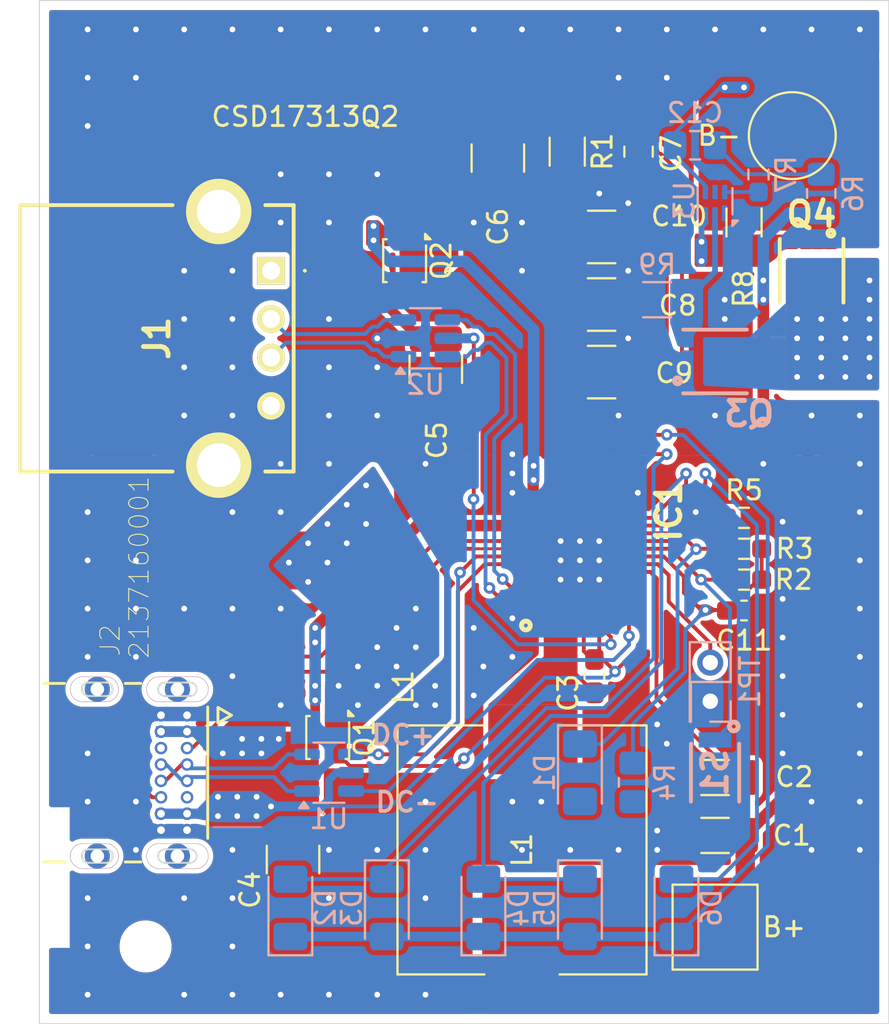
<source format=kicad_pcb>
(kicad_pcb (version 20241229) (generator "pcbnew") (generator_version "9.0")
  (layers (0 "F.Cu" signal) (2 "B.Cu" signal) (13 "F.Paste" user) (15 "B.Paste" user) (5 "F.SilkS" user "F.Silkscreen") (7 "B.SilkS" user "B.Silkscreen") (1 "F.Mask" user) (3 "B.Mask" user) (25 "Edge.Cuts" user))
  (net 0 "")
  (net 1 "+BATT")
  (net 2 "GND")
  (net 3 "/PD_Control/SW")
  (net 4 "/PD_Control/BST")
  (net 5 "/PD_Control/VBUSC")
  (net 6 "/PD_Control/VBUSA1")
  (net 8 "/PD_Control/VOUTA1")
  (net 9 "/PD_Control/VOUTSN")
  (net 10 "/PD_Control/VCC")
  (net 11 "Net-(D1-K)")
  (net 13 "Net-(D1-A)")
  (net 14 "/PD_Control/DLED1")
  (net 15 "Net-(D6-A)")
  (net 16 "Net-(IC1-LED5{slash}CSET)")
  (net 17 "/PD_Control/CC2")
  (net 18 "/PD_Control/DC+")
  (net 19 "/PD_Control/DA-")
  (net 20 "/PD_Control/GATEC")
  (net 21 "Net-(IC1-NTC)")
  (net 22 "/PD_Control/GATEA1")
  (net 23 "Net-(IC1-KEY{slash}GSET{slash}IDA1)")
  (net 24 "/PD_Control/DC-")
  (net 25 "/PD_Control/DA+")
  (net 26 "/PD_Control/CC1")
  (net 27 "/PD_Control/D+")
  (net 28 "/PD_Control/D-")
  (net 29 "/PD_Control/D1-")
  (net 30 "/PD_Control/D1+")
  (net 42 "Net-(Q3-G)")
  (net 43 "Net-(Q4-G)")
  (net 44 "Net-(U3-BAT)")
  (net 46 "Net-(U3-V-)")
  (net 48 "Net-(D2-A)")
  (net 49 "Net-(D4-A)")
  (net 51 "/BMS/B-")
  (net 52 "/BMS/PowerNodeBMS")
  (footprint "Capacitor_SMD:C_1206_3216Metric_Pad1.33x1.80mm_HandSolder" (layer "F.Cu") (at 150 121.25 180)
    (property "Reference" "C2")
    (property "Value" "C")
  )
  (footprint "CSD16406Q3:DQG_VSON-CLIP" (layer "F.Cu") (at 155 95 180)
    (property "Reference" "Q4")
    (property "Value" "CSD16406Q3" (hide yes))
  )
  (footprint "USB1130-15-A:USB113015A" (layer "F.Cu") (at 127 95 -90)
    (property "Reference" "J1")
    (property "Value" "USB1130-15-A" (hide yes))
  )
  (footprint "Package_SON:Texas_DQK" (layer "F.Cu") (at 133.9192 94.4782 -90)
    (property "Reference" "Q2")
    (property "Value" "CSD17313Q2")
  )
  (footprint "TestPoint:TestPoint_Pad_4.0x4.0mm" (layer "F.Cu") (at 150 129)
    (property "Reference" "TP13")
    (property "Value" "B+")
  )
  (footprint "Resistor_SMD:R_0603_1608Metric_Pad0.98x0.95mm_HandSolder" (layer "F.Cu") (at 151.5 111)
    (property "Reference" "R2")
    (property "Value" "10k" (hide yes))
  )
  (footprint "Capacitor_SMD:C_1210_3225Metric_Pad1.33x2.70mm_HandSolder" (layer "F.Cu") (at 135.5344 100.1014 -90)
    (property "Reference" "C5")
    (property "Value" "10uf")
  )
  (footprint "Resistor_SMD:R_1206_3216Metric_Pad1.30x1.75mm_HandSolder" (layer "F.Cu") (at 151.5 92.5 90)
    (property "Reference" "R8")
    (property "Value" "5M" (hide yes))
  )
  (footprint "Inductor_SMD:L_Vishay_IHLP-5050" (layer "F.Cu") (at 140 125 90)
    (property "Reference" "L1")
    (property "Value" "2.2")
  )
  (footprint "Resistor_SMD:R_0603_1608Metric_Pad0.98x0.95mm_HandSolder" (layer "F.Cu") (at 151.5 107.8)
    (property "Reference" "R5")
    (property "Value" "26.7k" (hide yes))
  )
  (footprint "Capacitor_SMD:C_0603_1608Metric_Pad1.08x0.95mm_HandSolder" (layer "F.Cu") (at 151.5 112.6)
    (property "Reference" "C11")
    (property "Value" "22uf/10v" (hide yes))
  )
  (footprint "Capacitor_SMD:C_1210_3225Metric_Pad1.33x2.70mm_HandSolder" (layer "F.Cu") (at 144.125 93.25)
    (property "Reference" "C10")
    (property "Value" "22uf" (hide yes))
  )
  (footprint "TestPoint:TestPoint_Pad_D4.0mm" (layer "F.Cu") (at 154 88 180)
    (property "Reference" "TP12")
    (property "Value" "B-")
  )
  (footprint "MountingHole:MountingHole_2.2mm_M2" (layer "F.Cu") (at 120.5 130)
    (property "Reference" "H1")
    (property "Value" "MountingHole")
  )
  (footprint "SW6208:QFN40P600X600X80-49N" (layer "F.Cu") (at 143 110 90)
    (property "Reference" "IC1")
    (property "Value" "SW6208" (hide yes))
  )
  (footprint "2137160001:MOLEX_2137160001" (layer "F.Cu") (at 115 121 -90)
    (property "Reference" "J2")
    (property "Value" "2137160001")
    (fp_line (start -3.97 -2.55) (end -3.97 -3.45) (stroke (width 0.1)) (layer "Edge.Cuts"))
    (fp_line (start 4.67 -2.55) (end 4.67 -3.45) (stroke (width 0.1)) (layer "Edge.Cuts"))
    (fp_line (start -4.67 -3.45) (end -4.67 -2.55) (stroke (width 0.1)) (layer "Edge.Cuts"))
    (fp_line (start 3.97 -3.45) (end 3.97 -2.55) (stroke (width 0.1)) (layer "Edge.Cuts"))
    (fp_line (start -3.97 -6.5) (end -3.97 -7.8) (stroke (width 0.1)) (layer "Edge.Cuts"))
    (fp_line (start 4.67 -6.5) (end 4.67 -7.8) (stroke (width 0.1)) (layer "Edge.Cuts"))
    (fp_line (start -4.67 -7.8) (end -4.67 -6.5) (stroke (width 0.1)) (layer "Edge.Cuts"))
    (fp_line (start 3.97 -7.8) (end 3.97 -6.5) (stroke (width 0.1)) (layer "Edge.Cuts"))
    (fp_arc (start -4.32 -2.2) (mid -4.567487 -2.302513) (end -4.67 -2.55) (stroke (width 0.1)) (layer "Edge.Cuts"))
    (fp_arc (start 4.32 -2.2) (mid 4.072513 -2.302513) (end 3.97 -2.55) (stroke (width 0.1)) (layer "Edge.Cuts"))
    (fp_arc (start -3.97 -2.55) (mid -4.072513 -2.302513) (end -4.32 -2.2) (stroke (width 0.1)) (layer "Edge.Cuts"))
    (fp_arc (start 4.67 -2.55) (mid 4.567487 -2.302513) (end 4.32 -2.2) (stroke (width 0.1)) (layer "Edge.Cuts"))
    (fp_arc (start -4.67 -3.45) (mid -4.567487 -3.697487) (end -4.32 -3.8) (stroke (width 0.1)) (layer "Edge.Cuts"))
    (fp_arc (start 3.97 -3.45) (mid 4.072513 -3.697487) (end 4.32 -3.8) (stroke (width 0.1)) (layer "Edge.Cuts"))
    (fp_arc (start -4.32 -3.8) (mid -4.072513 -3.697487) (end -3.97 -3.45) (stroke (width 0.1)) (layer "Edge.Cuts"))
    (fp_arc (start 4.32 -3.8) (mid 4.567487 -3.697487) (end 4.67 -3.45) (stroke (width 0.1)) (layer "Edge.Cuts"))
    (fp_arc (start -4.32 -6.15) (mid -4.567487 -6.252513) (end -4.67 -6.5) (stroke (width 0.1)) (layer "Edge.Cuts"))
    (fp_arc (start 4.32 -6.15) (mid 4.072513 -6.252513) (end 3.97 -6.5) (stroke (width 0.1)) (layer "Edge.Cuts"))
    (fp_arc (start -3.97 -6.5) (mid -4.072513 -6.252513) (end -4.32 -6.15) (stroke (width 0.1)) (layer "Edge.Cuts"))
    (fp_arc (start 4.67 -6.5) (mid 4.567487 -6.252513) (end 4.32 -6.15) (stroke (width 0.1)) (layer "Edge.Cuts"))
    (fp_arc (start -4.67 -7.8) (mid -4.567487 -8.047487) (end -4.32 -8.15) (stroke (width 0.1)) (layer "Edge.Cuts"))
    (fp_arc (start 3.97 -7.8) (mid 4.072513 -8.047487) (end 4.32 -8.15) (stroke (width 0.1)) (layer "Edge.Cuts"))
    (fp_arc (start -4.32 -8.15) (mid -4.072513 -8.047487) (end -3.97 -7.8) (stroke (width 0.1)) (layer "Edge.Cuts"))
    (fp_arc (start 4.32 -8.15) (mid 4.567487 -8.047487) (end 4.67 -7.8) (stroke (width 0.1)) (layer "Edge.Cuts"))
  )
  (footprint "Capacitor_SMD:C_1210_3225Metric_Pad1.33x2.70mm_HandSolder" (layer "F.Cu") (at 144.125 100.25)
    (property "Reference" "C9")
    (property "Value" "22uf" (hide yes))
  )
  (footprint "Capacitor_SMD:C_1210_3225Metric_Pad1.33x2.70mm_HandSolder" (layer "F.Cu") (at 144.125 96.75)
    (property "Reference" "C8")
    (property "Value" "22uf" (hide yes))
  )
  (footprint "Resistor_SMD:R_1206_3216Metric_Pad1.30x1.75mm_HandSolder" (layer "F.Cu") (at 142.3422 88.831 -90)
    (property "Reference" "R1")
    (property "Value" "5m ohm")
  )
  (footprint "Package_SON:Texas_DQK" (layer "F.Cu") (at 129.9347 119.1768 -90)
    (property "Reference" "Q1")
    (property "Value" "CSD17313Q2")
  )
  (footprint "Capacitor_SMD:C_1210_3225Metric_Pad1.33x2.70mm_HandSolder" (layer "F.Cu") (at 128.139464 125.5 -90)
    (property "Reference" "C4")
    (property "Value" "10uf" (hide yes))
  )
  (footprint "Capacitor_SMD:C_1210_3225Metric_Pad1.33x2.70mm_HandSolder" (layer "F.Cu") (at 138.75 89.165 -90)
    (property "Reference" "C6")
    (property "Value" "22uf")
  )
  (footprint "Capacitor_SMD:C_0603_1608Metric_Pad1.08x0.95mm_HandSolder" (layer "F.Cu") (at 143.75 116 90)
    (property "Reference" "C3")
    (property "Value" "0.1uf" (hide yes))
  )
  (footprint "Capacitor_SMD:C_0805_2012Metric_Pad1.18x1.45mm_HandSolder" (layer "F.Cu") (at 146.0383 88.831 90)
    (property "Reference" "C7")
    (property "Value" "0.1uf")
  )
  (footprint "Capacitor_SMD:C_1206_3216Metric_Pad1.33x1.80mm_HandSolder" (layer "F.Cu") (at 150 124.25 180)
    (property "Reference" "C1")
    (property "Value" "C")
  )
  (footprint "Resistor_SMD:R_0603_1608Metric_Pad0.98x0.95mm_HandSolder" (layer "F.Cu") (at 151.5 109.4)
    (property "Reference" "R3")
    (property "Value" "10k" (hide yes))
  )
  (footprint "Resistor_SMD:R_0805_2012Metric_Pad1.20x1.40mm_HandSolder" (layer "B.Cu") (at 145.75 121.5 90)
    (property "Reference" "R4")
    (property "Value" "330" (hide yes))
  )
  (footprint "LED_SMD:LED_1206_3216Metric_Pad1.42x1.75mm_HandSolder" (layer "B.Cu") (at 133 128 -90)
    (property "Reference" "D3")
    (property "Value" "LED")
  )
  (footprint "Connector_PinHeader_2.00mm:PinHeader_2x01_P2.00mm_Vertical" (layer "B.Cu") (at 149.75 117.3 90)
    (property "Reference" "TP1")
    (property "Value" "NTC")
  )
  (footprint "Package_TO_SOT_SMD:SOT-23-6" (layer "B.Cu") (at 130 121)
    (property "Reference" "U1")
    (property "Value" "USBLC6-2SC6" (hide yes))
  )
  (footprint "LED_SMD:LED_1206_3216Metric_Pad1.42x1.75mm_HandSolder" (layer "B.Cu") (at 148 128 90)
    (property "Reference" "D6")
    (property "Value" "LED")
  )
  (footprint "LED_SMD:LED_1206_3216Metric_Pad1.42x1.75mm_HandSolder" (layer "B.Cu") (at 128 128 90)
    (property "Reference" "D2")
    (property "Value" "LED")
  )
  (footprint "Resistor_SMD:R_0805_2012Metric_Pad1.20x1.40mm_HandSolder" (layer "B.Cu") (at 155.5 91 90)
    (property "Reference" "R6")
    (property "Value" "330")
  )
  (footprint "Capacitor_SMD:C_0805_2012Metric_Pad1.18x1.45mm_HandSolder" (layer "B.Cu") (at 148.9625 88.5 180)
    (property "Reference" "C12")
    (property "Value" "0.1uf")
  )
  (footprint "LED_SMD:LED_1206_3216Metric_Pad1.42x1.75mm_HandSolder" (layer "B.Cu") (at 138 128 90)
    (property "Reference" "D4")
    (property "Value" "LED")
  )
  (footprint "Package_SON:WSON-6_1.5x1.5mm_P0.5mm" (layer "B.Cu") (at 150 91.5 90)
    (property "Reference" "U3")
    (property "Value" "BQ297xy")
  )
  (footprint "B3U1000P:B3U-1000P" (layer "B.Cu") (at 150 121 90)
    (property "Reference" "S1")
    (property "Value" "B3U1000P" (hide yes))
  )
  (footprint "CSD16406Q3:DQG_VSON-CLIP" (layer "B.Cu") (at 150 99.7 90)
    (property "Reference" "Q3")
    (property "Value" "CSD16406Q3" (hide yes))
  )
  (footprint "Package_TO_SOT_SMD:SOT-23-6" (layer "B.Cu") (at 135 98.5)
    (property "Reference" "U2")
    (property "Value" "USBLC6-2SC6" (hide yes))
  )
  (footprint "LED_SMD:LED_1206_3216Metric_Pad1.42x1.75mm_HandSolder" (layer "B.Cu") (at 143 128 -90)
    (property "Reference" "D5")
    (property "Value" "LED")
  )
  (footprint "Resistor_SMD:R_0603_1608Metric_Pad0.98x0.95mm_HandSolder" (layer "B.Cu") (at 152.25 90.0125 90)
    (property "Reference" "R7")
    (property "Value" "2.2k" (hide yes))
  )
  (footprint "LED_SMD:LED_1206_3216Metric_Pad1.42x1.75mm_HandSolder" (layer "B.Cu") (at 143 121 -90)
    (property "Reference" "D1")
    (property "Value" "LED" (hide yes))
  )
  (footprint "Resistor_SMD:R_1206_3216Metric_Pad1.30x1.75mm_HandSolder" (layer "B.Cu") (at 147 96.5 180)
    (property "Reference" "R9")
    (property "Value" "5M")
  )
  (gr_rect (start 115 81) (end 159 134) (stroke (width 0.05)) (fill no) (layer "Edge.Cuts"))
  (gr_text "DC-" (at 132.3086 123.1138 0) (layer "B.SilkS") (effects (font (size 1 1) (thickness 0.1875)) (justify left bottom)))
  (gr_text "DC+" (at 132.1054 119.634 0) (layer "B.SilkS") (effects (font (size 1 1) (thickness 0.1875)) (justify left bottom)))
  (segment (start 151.095 121.25) (end 151.5625 121.25) (width 0.2) (layer "F.Cu") (net 1))
  (segment (start 152.5 101.8016) (end 154.813 104.1146) (width 0.6) (layer "F.Cu") (net 1))
  (segment (start 145.95 110.6) (end 146.6426 110.6) (width 0.2) (layer "F.Cu") (net 1))
  (segment (start 146.9898 110.9472) (end 146.9898 115.0366) (width 0.2) (layer "F.Cu") (net 1))
  (segment (start 146.9644 115.062) (end 146.9644 117.1194) (width 0.2) (layer "F.Cu") (net 1))
  (segment (start 151.5625 127.4375) (end 150 129) (width 0.5) (layer "F.Cu") (net 1))
  (segment (start 146.6426 110.6) (end 146.9898 110.9472) (width 0.2) (layer "F.Cu") (net 1))
  (segment (start 154.813 120.9995) (end 151.5625 124.25) (width 0.6) (layer "F.Cu") (net 1))
  (segment (start 154.813 104.1146) (end 154.813 120.9995) (width 0.6) (layer "F.Cu") (net 1))
  (segment (start 146.9898 115.0366) (end 146.9644 115.062) (width 0.2) (layer "F.Cu") (net 1))
  (segment (start 151.5625 124.25) (end 151.5625 127.4375) (width 1) (layer "F.Cu") (net 1))
  (segment (start 146.9644 117.1194) (end 151.095 121.25) (width 0.2) (layer "F.Cu") (net 1))
  (segment (start 152.5 95.5) (end 152.5 101.8016) (width 0.6) (layer "F.Cu") (net 1))
  (segment (start 151.5625 121.25) (end 151.5625 124.25) (width 0.5) (layer "F.Cu") (net 1))
  (via (at 152.5 95.5) (size 0.6) (drill 0.3) (layers "F.Cu" "B.Cu") (net 1))
  (via (at 152.5 96.5) (size 0.6) (drill 0.3) (layers "F.Cu" "B.Cu") (net 1))
  (segment (start 152.5 93.3466) (end 153.8466 92) (width 0.6) (layer "B.Cu") (net 1))
  (segment (start 152.5 96.5) (end 152.5 93.3466) (width 0.6) (layer "B.Cu") (net 1))
  (segment (start 153.8466 92) (end 155.5 92) (width 0.6) (layer "B.Cu") (net 1))
  (via (at 139.5 105.5) (size 0.6) (drill 0.3) (layers "F.Cu" "B.Cu") (net 2))
  (via (at 130 82.5) (size 0.6) (drill 0.3) (layers "F.Cu" "B.Cu") (net 2))
  (via (at 147.5 85) (size 0.6) (drill 0.3) (layers "F.Cu" "B.Cu") (net 2))
  (via (at 132.5 82.5) (size 0.6) (drill 0.3) (layers "F.Cu" "B.Cu") (net 2))
  (via (at 127.5 82.5) (size 0.6) (drill 0.3) (layers "F.Cu" "B.Cu") (net 2))
  (via (at 135 127.5) (size 0.6) (drill 0.3) (layers "F.Cu" "B.Cu") (net 2))
  (via (at 122.5 97.5) (size 0.6) (drill 0.3) (layers "F.Cu" "B.Cu") (net 2))
  (via (at 143 109) (size 0.6) (drill 0.3) (layers "F.Cu" "B.Cu") (net 2))
  (via (at 137.5 113.5) (size 0.6) (drill 0.3) (layers "F.Cu" "B.Cu") (net 2))
  (via (at 130 102.5) (size 0.6) (drill 0.3) (layers "F.Cu" "B.Cu") (net 2))
  (via (at 141 122.5) (size 0.6) (drill 0.3) (layers "F.Cu" "B.Cu") (net 2))
  (via (at 117.5 112.5) (size 0.6) (drill 0.3) (layers "F.Cu" "B.Cu") (net 2))
  (via (at 143 110) (size 0.6) (drill 0.3) (layers "F.Cu" "B.Cu") (net 2))
  (via (at 155 125) (size 0.6) (drill 0.3) (layers "F.Cu" "B.Cu") (net 2))
  (via (at 127.5 112.5) (size 0.6) (drill 0.3) (layers "F.Cu" "B.Cu") (net 2))
  (via (at 122.5 100) (size 0.6) (drill 0.3) (layers "F.Cu" "B.Cu") (net 2))
  (via (at 142 111) (size 0.6) (drill 0.3) (layers "F.Cu" "B.Cu") (net 2))
  (via (at 132.5 125) (size 0.6) (drill 0.3) (layers "F.Cu" "B.Cu") (net 2))
  (via (at 135.5 117.5) (size 0.6) (drill 0.3) (layers "F.Cu" "B.Cu") (net 2))
  (via (at 145 102.5) (size 0.6) (drill 0.3) (layers "F.Cu" "B.Cu") (net 2))
  (via (at 125 116) (size 0.6) (drill 0.3) (layers "F.Cu" "B.Cu") (net 2))
  (via (at 120 112.5) (size 0.6) (drill 0.3) (layers "F.Cu" "B.Cu") (net 2))
  (via (at 117.5 110) (size 0.6) (drill 0.3) (layers "F.Cu" "B.Cu") (net 2))
  (via (at 145.5 95) (size 0.6) (drill 0.3) (layers "F.Cu" "B.Cu") (net 2))
  (via (at 157.5 117.5) (size 0.6) (drill 0.3) (layers "F.Cu" "B.Cu") (net 2))
  (via (at 120 82.5) (size 0.6) (drill 0.3) (layers "F.Cu" "B.Cu") (net 2))
  (via (at 132.5 90) (size 0.6) (drill 0.3) (layers "F.Cu" "B.Cu") (net 2))
  (via (at 140 92.5) (size 0.6) (drill 0.3) (layers "F.Cu" "B.Cu") (net 2))
  (via (at 140 95) (size 0.6) (drill 0.3) (layers "F.Cu" "B.Cu") (net 2))
  (via (at 134.5 117.5) (size 0.6) (drill 0.3) (layers "F.Cu" "B.Cu") (net 2))
  (via (at 137.5 117) (size 0.6) (drill 0.3) (layers "F.Cu" "B.Cu") (net 2))
  (via (at 152.5 105) (size 0.6) (drill 0.3) (layers "F.Cu" "B.Cu") (net 2))
  (via (at 117.5 120) (size 0.6) (drill 0.3) (layers "F.Cu" "B.Cu") (net 2))
  (via (at 147 118.5) (size 0.6) (drill 0.3) (layers "F.Cu" "B.Cu") (net 2))
  (via (at 127.5 107.5) (size 0.6) (drill 0.3) (layers "F.Cu" "B.Cu") (net 2))
  (via (at 152.5 82.5) (size 0.6) (drill 0.3) (layers "F.Cu" "B.Cu") (net 2))
  (via (at 125 132.5) (size 0.6) (drill 0.3) (layers "F.Cu" "B.Cu") (net 2))
  (via (at 145 125) (size 0.6) (drill 0.3) (layers "F.Cu" "B.Cu") (net 2))
  (via (at 153.5 116) (size 0.6) (drill 0.3) (layers "F.Cu" "B.Cu") (net 2))
  (via (at 145 82.5) (size 0.6) (drill 0.3) (layers "F.Cu" "B.Cu") (net 2))
  (via (at 130 125) (size 0.6) (drill 0.3) (layers "F.Cu" "B.Cu") (net 2))
  (via (at 144 91) (size 0.6) (drill 0.3) (layers "F.Cu" "B.Cu") (net 2))
  (via (at 157.5 110) (size 0.6) (drill 0.3) (layers "F.Cu" "B.Cu") (net 2))
  (via (at 150.5 97.5) (size 0.6) (drill 0.3) (layers "F.Cu" "B.Cu") (net 2))
  (via (at 155 102.5) (size 0.6) (drill 0.3) (layers "F.Cu" "B.Cu") (net 2))
  (via (at 127.5 117.5) (size 0.6) (drill 0.3) (layers "F.Cu" "B.Cu") (net 2))
  (via (at 120 115) (size 0.6) (drill 0.3) (layers "F.Cu" "B.Cu") (net 2))
  (via (at 125 130) (size 0.6) (drill 0.3) (layers "F.Cu" "B.Cu") (net 2))
  (via (at 117.5 85) (size 0.6) (drill 0.3) (layers "F.Cu" "B.Cu") (net 2))
  (via (at 132.5 102.5) (size 0.6) (drill 0.3) (layers "F.Cu" "B.Cu") (net 2))
  (via (at 132.5 132.5) (size 0.6) (drill 0.3) (layers "F.Cu" "B.Cu") (net 2))
  (via (at 139.5 115) (size 0.6) (drill 0.3) (layers "F.Cu" "B.Cu") (net 2))
  (via (at 135 122.5) (size 0.6) (drill 0.3) (layers "F.Cu" "B.Cu") (net 2))
  (via (at 120 85) (size 0.6) (drill 0.3) (layers "F.Cu" "B.Cu") (net 2))
  (via (at 153.5 114) (size 0.6) (drill 0.3) (layers "F.Cu" "B.Cu") (net 2))
  (via (at 125 112.5) (size 0.6) (drill 0.3) (layers "F.Cu" "B.Cu") (net 2))
  (via (at 157.5 107.5) (size 0.6) (drill 0.3) (layers "F.Cu" "B.Cu") (net 2))
  (via (at 157.5 112.5) (size 0.6) (drill 0.3) (layers "F.Cu" "B.Cu") (net 2))
  (via (at 153.5 120) (size 0.6) (drill 0.3) (layers "F.Cu" "B.Cu") (net 2))
  (via (at 135 132.5) (size 0.6) (drill 0.3) (layers "F.Cu" "B.Cu") (net 2))
  (via (at 137.5 82.5) (size 0.6) (drill 0.3) (layers "F.Cu" "B.Cu") (net 2))
  (via (at 132.5 98.5) (size 0.6) (drill 0.3) (layers "F.Cu" "B.Cu") (net 2))
  (via (at 127.5 92.5) (size 0.6) (drill 0.3) (layers "F.Cu" "B.Cu") (net 2))
  (via (at 130 97.5) (size 0.6) (drill 0.3) (layers "F.Cu" "B.Cu") (net 2))
  (via (at 144 111) (size 0.6) (drill 0.3) (layers "F.Cu" "B.Cu") (net 2))
  (via (at 142.5 82.5) (size 0.6) (drill 0.3) (layers "F.Cu" "B.Cu") (net 2))
  (via (at 157.5 120) (size 0.6) (drill 0.3) (layers "F.Cu" "B.Cu") (net 2))
  (via (at 125 125) (size 0.6) (drill 0.3) (layers "F.Cu" "B.Cu") (net 2))
  (via (at 140 82.5) (size 0.6) (drill 0.3) (layers "F.Cu" "B.Cu") (net 2))
  (via (at 149 107.5) (size 0.6) (drill 0.3) (layers "F.Cu" "B.Cu") (net 2))
  (via (at 125 95) (size 0.6) (drill 0.3) (layers "F.Cu" "B.Cu") (net 2))
  (via (at 122.5 82.5) (size 0.6) (drill 0.3) (layers "F.Cu" "B.Cu") (net 2))
  (via (at 117.5 107.5) (size 0.6) (drill 0.3) (layers "F.Cu" "B.Cu") (net 2))
  (via (at 117.5 115) (size 0.6) (drill 0.3) (layers "F.Cu" "B.Cu") (net 2))
  (via (at 157.5 125) (size 0.6) (drill 0.3) (layers "F.Cu" "B.Cu") (net 2))
  (via (at 130 105) (size 0.6) (drill 0.3) (layers "F.Cu" "B.Cu") (net 2))
  (via (at 150 82.5) (size 0.6) (drill 0.3) (layers "F.Cu" "B.Cu") (net 2))
  (via (at 147.5 82.5) (size 0.6) (drill 0.3) (layers "F.Cu" "B.Cu") (net 2))
  (via (at 150.5 96.5) (size 0.6) (drill 0.3) (layers "F.Cu" "B.Cu") (net 2))
  (via (at 157.5 105) (size 0.6) (drill 0.3) (layers "F.Cu" "B.Cu") (net 2))
  (via (at 138 115.5) (size 0.6) (drill 0.3) (layers "F.Cu" "B.Cu") (net 2))
  (via (at 130 92.5) (size 0.6) (drill 0.3) (layers "F.Cu" "B.Cu") (net 2))
  (via (at 155 82.5) (size 0.6) (drill 0.3) (layers "F.Cu" "B.Cu") (net 2))
  (via (at 145.5 98.5) (size 0.6) (drill 0.3) (layers "F.Cu" "B.Cu") (net 2))
  (via (at 125 82.5) (size 0.6) (drill 0.3) (layers "F.Cu" "B.Cu") (net 2))
  (via (at 117.5 87.5) (size 0.6) (drill 0.3) (layers "F.Cu" "B.Cu") (net 2))
  (via (at 135 82.5) (size 0.6) (drill 0.3) (layers "F.Cu" "B.Cu") (net 2))
  (via (at 139.5 106.5) (size 0.6) (drill 0.3) (layers "F.Cu" "B.Cu") (net 2))
  (via (at 125 100) (size 0.6) (drill 0.3) (layers "F.Cu" "B.Cu") (net 2))
  (via (at 147 124) (size 0.6) (drill 0.3) (layers "F.Cu" "B.Cu") (net 2))
  (via (at 120 122.5) (size 0.6) (drill 0.3) (layers "F.Cu" "B.Cu") (net 2))
  (via (at 125 127.5) (size 0.6) (drill 0.3) (layers "F.Cu" "B.Cu") (net 2))
  (via (at 147.5 119.5) (size 0.6) (drill 0.3) (layers "F.Cu" "B.Cu") (net 2))
  (via (at 117.5 122.5) (size 0.6) (drill 0.3) (layers "F.Cu" "B.Cu") (net 2))
  (via (at 157.5 115) (size 0.6) (drill 0.3) (layers "F.Cu" "B.Cu") (net 2))
  (via (at 157.5 82.5) (size 0.6) (drill 0.3) (layers "F.Cu" "B.Cu") (net 2))
  (via (at 139.5 113) (size 0.6) (drill 0.3) (layers "F.Cu" "B.Cu") (net 2))
  (via (at 142 109) (size 0.6) (drill 0.3) (layers "F.Cu" "B.Cu") (net 2))
  (via (at 122.5 102.5) (size 0.6) (drill 0.3) (layers "F.Cu" "B.Cu") (net 2))
  (via (at 145 85) (size 0.6) (drill 0.3) (layers "F.Cu" "B.Cu") (net 2))
  (via (at 157.5 122.5) (size 0.6) (drill 0.3) (layers "F.Cu" "B.Cu") (net 2))
  (via (at 145.5 91.5) (size 0.6) (drill 0.3) (layers "F.Cu" "B.Cu") (net 2))
  (via (at 125 102.5) (size 0.6) (drill 0.3) (layers "F.Cu" "B.Cu") (net 2))
  (via (at 122.5 95) (size 0.6) (drill 0.3) (layers "F.Cu" "B.Cu") (net 2))
  (via (at 125 97.5) (size 0.6) (drill 0.3) (layers "F.Cu" "B.Cu") (net 2))
  (via (at 122.5 112.5) (size 0.6) (drill 0.3) (layers "F.Cu" "B.Cu") (net 2))
  (via (at 143 111) (size 0.6) (drill 0.3) (layers "F.Cu" "B.Cu") (net 2))
  (via (at 140 125) (size 0.6) (drill 0.3) (layers "F.Cu" "B.Cu") (net 2))
  (via (at 139.5 122.5) (size 0.6) (drill 0.3) (layers "F.Cu" "B.Cu") (net 2))
  (via (at 125 107.5) (size 0.6) (drill 0.3) (layers "F.Cu" "B.Cu") (net 2))
  (via (at 120 110) (size 0.6) (drill 0.3) (layers "F.Cu" "B.Cu") (net 2))
  (via (at 144 109) (size 0.6) (drill 0.3) (layers "F.Cu" "B.Cu") (net 2))
  (via (at 130 90) (size 0.6) (drill 0.3) (layers "F.Cu" "B.Cu") (net 2))
  (via (at 153.5 108) (size 0.6) (drill 0.3) (layers "F.Cu" "B.Cu") (net 2))
  (via (at 130 127.5) (size 0.6) (drill 0.3) (layers "F.Cu" "B.Cu") (net 2))
  (via (at 147 125) (size 0.6) (drill 0.3) (layers "F.Cu" "B.Cu") (net 2))
  (via (at 153.5 112) (size 0.6) (drill 0.3) (layers "F.Cu" "B.Cu") (net 2))
  (via (at 139.5 104.5) (size 0.6) (drill 0.3) (layers "F.Cu" "B.Cu") (net 2))
  (via (at 144 110) (size 0.6) (drill 0.3) (layers "F.Cu" "B.Cu") (net 2))
  (via (at 142 110) (size 0.6) (drill 0.3) (layers "F.Cu" "B.Cu") (net 2))
  (via (at 120 125) (size 0.6) (drill 0.3) (layers "F.Cu" "B.Cu") (net 2))
  (via (at 127.5 90) (size 0.6) (drill 0.3) (layers "F.Cu" "B.Cu") (net 2))
  (via (at 142.5 125) (size 0.6) (drill 0.3) (layers "F.Cu" "B.Cu") (net 2))
  (via (at 157.5 102.5) (size 0.6) (drill 0.3) (layers "F.Cu" "B.Cu") (net 2))
  (via (at 137.5 92.5) (size 0.6) (drill 0.3) (layers "F.Cu" "B.Cu") (net 2))
  (via (at 150 102.5) (size 0.6) (drill 0.3) (layers "F.Cu" "B.Cu") (net 2))
  (via (at 130 132.5) (size 0.6) (drill 0.3) (layers "F.Cu" "B.Cu") (net 2))
  (via (at 127.5 132.5) (size 0.6) (drill 0.3) (layers "F.Cu" "B.Cu") (net 2))
  (via (at 155 122.5) (size 0.6) (drill 0.3) (layers "F.Cu" "B.Cu") (net 2))
  (via (at 146 106.5) (size 0.6) (drill 0.3) (layers "F.Cu" "B.Cu") (net 2))
  (via (at 153.5 118) (size 0.6) (drill 0.3) (layers "F.Cu" "B.Cu") (net 2))
  (via (at 117.5 132.5) (size 0.6) (drill 0.3) (layers "F.Cu" "B.Cu") (net 2))
  (via (at 135 125) (size 0.6) (drill 0.3) (layers "F.Cu" "B.Cu") (net 2))
  (via (at 122.5 127.5) (size 0.6) (drill 0.3) (layers "F.Cu" "B.Cu") (net 2))
  (via (at 117.5 130) (size 0.6) (drill 0.3) (layers "F.Cu" "B.Cu") (net 2))
  (via (at 117.5 127.5) (size 0.6) (drill 0.3) (layers "F.Cu" "B.Cu") (net 2))
  (via (at 135.5 116.5) (size 0.6) (drill 0.3) (layers "F.Cu" "B.Cu") (net 2))
  (via (at 135 105) (size 0.6) (drill 0.3) (layers "F.Cu" "B.Cu") (net 2))
  (via (at 132.5 100) (size 0.6) (drill 0.3) (layers "F.Cu" "B.Cu") (net 2))
  (via (at 130 100) (size 0.6) (drill 0.3) (layers "F.Cu" "B.Cu") (net 2))
  (via (at 127.5 105) (size 0.6) (drill 0.3) (layers "F.Cu" "B.Cu") (net 2))
  (via (at 117.5 82.5) (size 0.6) (drill 0.3) (layers "F.Cu" "B.Cu") (net 2))
  (via (at 122.5 132.5) (size 0.6) (drill 0.3) (layers "F.Cu" "B.Cu") (net 2))
  (segment (start 129.9972 120.3706) (end 129.9972 119.507) (width 0.4) (layer "B.Cu") (net 2))
  (segment (start 128.8625 121) (end 129.3678 121) (width 0.4) (layer "B.Cu") (net 2))
  (segment (start 133.8625 98.5) (end 132.5372 98.5) (width 0.6) (layer "B.Cu") (net 2))
  (segment (start 129.3678 121) (end 129.9972 120.3706) (width 0.4) (layer "B.Cu") (net 2))
  (segment (start 143.75 116.8625) (end 142 115.1125) (width 0.2) (layer "F.Cu") (net 3))
  (segment (start 142 115.1125) (end 142 112.95) (width 0.2) (layer "F.Cu") (net 3))
  (segment (start 143.2 114.706172) (end 143.690664 115.196836) (width 0.2) (layer "F.Cu") (net 4))
  (segment (start 143.2 112.95) (end 143.2 114.706172) (width 0.2) (layer "F.Cu") (net 4))
  (segment (start 145.542 113.1728) (end 145.3192 112.95) (width 0.2) (layer "F.Cu") (net 5))
  (segment (start 145.542 113.919) (end 145.542 113.1728) (width 0.2) (layer "F.Cu") (net 5))
  (segment (start 145.3192 112.95) (end 145.2 112.95) (width 0.2) (layer "F.Cu") (net 5))
  (via (at 125.5 120) (size 0.6) (drill 0.3) (layers "F.Cu" "B.Cu") (net 5))
  (via (at 125.25 122.25) (size 0.6) (drill 0.3) (layers "F.Cu" "B.Cu") (net 5))
  (via (at 126.25 122.25) (size 0.6) (drill 0.3) (layers "F.Cu" "B.Cu") (net 5))
  (via (at 124.25 122.25) (size 0.6) (drill 0.3) (layers "F.Cu" "B.Cu") (net 5))
  (via (at 126.25 123.25) (size 0.6) (drill 0.3) (layers "F.Cu" "B.Cu") (net 5))
  (via (at 127 122.75) (size 0.6) (drill 0.3) (layers "F.Cu" "B.Cu") (net 5))
  (via (at 124.5 120) (size 0.6) (drill 0.3) (layers "F.Cu" "B.Cu") (net 5))
  (via (at 127.4 119.25) (size 0.6) (drill 0.3) (layers "F.Cu" "B.Cu") (net 5))
  (via (at 145.542 113.919) (size 0.6) (drill 0.3) (layers "F.Cu" "B.Cu") (net 5))
  (via (at 125.5 119.25) (size 0.6) (drill 0.3) (layers "F.Cu" "B.Cu") (net 5))
  (via (at 126.5 119.25) (size 0.6) (drill 0.3) (layers "F.Cu" "B.Cu") (net 5))
  (via (at 126.5 120) (size 0.6) (drill 0.3) (layers "F.Cu" "B.Cu") (net 5))
  (via (at 125.25 123.25) (size 0.6) (drill 0.3) (layers "F.Cu" "B.Cu") (net 5))
  (via (at 124.25 123.25) (size 0.6) (drill 0.3) (layers "F.Cu" "B.Cu") (net 5))
  (segment (start 129.608 122.75) (end 129.6162 122.7582) (width 0.5) (layer "B.Cu") (net 5))
  (segment (start 129.9972 122.3772) (end 129.9972 121.3866) (width 0.4) (layer "B.Cu") (net 5))
  (segment (start 129.6162 122.7582) (end 129.9972 122.3772) (width 0.4) (layer "B.Cu") (net 5))
  (segment (start 144.7546 115.1636) (end 140.7922 115.1636) (width 0.2) (layer "B.Cu") (net 5))
  (segment (start 145.542 114.3762) (end 144.7546 115.1636) (width 0.2) (layer "B.Cu") (net 5))
  (segment (start 145.542 113.919) (end 145.542 114.3762) (width 0.2) (layer "B.Cu") (net 5))
  (segment (start 130.3838 121) (end 131.1375 121) (width 0.4) (layer "B.Cu") (net 5))
  (segment (start 133.2058 122.75) (end 129.6244 122.75) (width 0.2) (layer "B.Cu") (net 5))
  (segment (start 127 122.75) (end 129.608 122.75) (width 0.5) (layer "B.Cu") (net 5))
  (segment (start 129.6244 122.75) (end 129.6162 122.7582) (width 0.2) (layer "B.Cu") (net 5))
  (segment (start 129.9972 121.3866) (end 130.3838 121) (width 0.4) (layer "B.Cu") (net 5))
  (segment (start 122.65 118.875) (end 121.3 118.875) (width 0.5) (layer "B.Cu") (net 5))
  (segment (start 121.3 123.125) (end 122.65 123.125) (width 0.5) (layer "B.Cu") (net 5))
  (segment (start 140.7922 115.1636) (end 133.2058 122.75) (width 0.2) (layer "B.Cu") (net 5))
  (segment (start 144.6 113.9676) (end 144.4 113.7676) (width 0.2) (layer "F.Cu") (net 6))
  (segment (start 137.5 98.5) (end 137.5 106.8226) (width 0.2) (layer "F.Cu") (net 6))
  (segment (start 144.6 114.3508) (end 144.6 113.9676) (width 0.2) (layer "F.Cu") (net 6))
  (segment (start 134.697 98.5) (end 137.5 98.5) (width 0.5) (layer "F.Cu") (net 6))
  (segment (start 144.4 113.7676) (end 144.4 112.95) (width 0.2) (layer "F.Cu") (net 6))
  (segment (start 131.25 95.053) (end 134.697 98.5) (width 0.5) (layer "F.Cu") (net 6))
  (segment (start 137.5 106.8226) (end 137.4902 106.8324) (width 0.2) (layer "F.Cu") (net 6))
  (via (at 144.6 114.3508) (size 0.6) (drill 0.3) (layers "F.Cu" "B.Cu") (net 6))
  (via (at 137.4902 106.8324) (size 0.6) (drill 0.3) (layers "F.Cu" "B.Cu") (net 6))
  (via (at 137.5 98.5) (size 0.6) (drill 0.3) (layers "F.Cu" "B.Cu") (net 6))
  (segment (start 137.4902 112.0648) (end 137.4902 106.8324) (width 0.2) (layer "B.Cu") (net 6))
  (segment (start 139.7762 114.3508) (end 137.4902 112.0648) (width 0.2) (layer "B.Cu") (net 6))
  (segment (start 144.6 114.3508) (end 139.7762 114.3508) (width 0.2) (layer "B.Cu") (net 6))
  (segment (start 136.1375 98.5) (end 137.5 98.5) (width 0.5) (layer "B.Cu") (net 6))
  (segment (start 144.820859 115.759931) (end 144 114.939072) (width 0.2) (layer "F.Cu") (net 8))
  (segment (start 136.6002 120.651) (end 136.9949 120.2563) (width 0.2) (layer "F.Cu") (net 8))
  (segment (start 131.0839 120.651) (end 136.6002 120.651) (width 0.2) (layer "F.Cu") (net 8))
  (segment (start 119.3292 90.6018) (end 119.3292 105.8164) (width 3) (layer "F.Cu") (net 8))
  (segment (start 146.2024 112.4524) (end 145.95 112.2) (width 0.2) (layer "F.Cu") (net 8))
  (segment (start 123.818273 86.112727) (end 119.3292 90.6018) (width 3) (layer "F.Cu") (net 8))
  (segment (start 146.0383 87.7935) (end 148.2852 90.0404) (width 0.2) (layer "F.Cu") (net 8))
  (segment (start 148.2852 101.219) (end 144.4 105.1042) (width 0.2) (layer "F.Cu") (net 8))
  (segment (start 148.2852 90.0404) (end 148.2852 101.219) (width 0.2) (layer "F.Cu") (net 8))
  (segment (start 142.8502 87.789) (end 142.3422 87.281) (width 0.2) (layer "F.Cu") (net 8))
  (segment (start 144.4 105.1042) (end 144.4 107.05) (width 0.2) (layer "F.Cu") (net 8))
  (segment (start 146.2024 114.37839) (end 146.2024 112.4524) (width 0.2) (layer "F.Cu") (net 8))
  (segment (start 146.0383 87.7935) (end 146.0338 87.789) (width 0.2) (layer "F.Cu") (net 8))
  (segment (start 144 114.939072) (end 144 112.95) (width 0.2) (layer "F.Cu") (net 8))
  (segment (start 144.820859 115.759931) (end 146.2024 114.37839) (width 0.2) (layer "F.Cu") (net 8))
  (segment (start 135.0264 86.112727) (end 123.818273 86.112727) (width 3) (layer "F.Cu") (net 8))
  (segment (start 130.5847 120.1518) (end 131.0839 120.651) (width 0.2) (layer "F.Cu") (net 8))
  (segment (start 119.3292 105.8164) (end 123.5202 110.0074) (width 3) (layer "F.Cu") (net 8))
  (segment (start 123.5202 110.0074) (end 128.7272 110.0074) (width 3) (layer "F.Cu") (net 8))
  (segment (start 146.0338 87.789) (end 142.8502 87.789) (width 0.2) (layer "F.Cu") (net 8))
  (via (at 144.820859 115.759931) (size 0.6) (drill 0.3) (layers "F.Cu" "B.Cu") (net 8))
  (via (at 134.5 112.5) (size 0.6) (drill 0.3) (layers "F.Cu" "B.Cu") (net 8))
  (via (at 134.5 114.5) (size 0.6) (drill 0.3) (layers "F.Cu" "B.Cu") (net 8))
  (via (at 132.5 116.5) (size 0.6) (drill 0.3) (layers "F.Cu" "B.Cu") (net 8))
  (via (at 136.9949 120.2563) (size 0.6) (drill 0.3) (layers "F.Cu" "B.Cu") (net 8))
  (via (at 133.5 115.5) (size 0.6) (drill 0.3) (layers "F.Cu" "B.Cu") (net 8))
  (via (at 130.92285 107.115892) (size 0.6) (drill 0.3) (layers "F.Cu" "B.Cu") (net 8))
  (via (at 131.5 115.5) (size 0.6) (drill 0.3) (layers "F.Cu" "B.Cu") (net 8))
  (via (at 133.5 113.5) (size 0.6) (drill 0.3) (layers "F.Cu" "B.Cu") (net 8))
  (via (at 127.92285 110.115892) (size 0.6) (drill 0.3) (layers "F.Cu" "B.Cu") (net 8))
  (via (at 129.92285 108.115892) (size 0.6) (drill 0.3) (layers "F.Cu" "B.Cu") (net 8))
  (via (at 131.92285 108.115892) (size 0.6) (drill 0.3) (layers "F.Cu" "B.Cu") (net 8))
  (via (at 130.5 116.5) (size 0.6) (drill 0.3) (layers "F.Cu" "B.Cu") (net 8))
  (via (at 128.92285 111.115892) (size 0.6) (drill 0.3) (layers "F.Cu" "B.Cu") (net 8))
  (via (at 130.92285 109.115892) (size 0.6) (drill 0.3) (layers "F.Cu" "B.Cu") (net 8))
  (via (at 131.5 117.5) (size 0.6) (drill 0.3) (layers "F.Cu" "B.Cu") (net 8))
  (via (at 129.92285 110.115892) (size 0.6) (drill 0.3) (layers "F.Cu" "B.Cu") (net 8))
  (via (at 132.5 114.5) (size 0.6) (drill 0.3) (layers "F.Cu" "B.Cu") (net 8))
  (via (at 128.92285 109.115892) (size 0.6) (drill 0.3) (layers "F.Cu" "B.Cu") (net 8))
  (via (at 131.92285 106.115892) (size 0.6) (drill 0.3) (layers "F.Cu" "B.Cu") (net 8))
  (segment (start 144.820859 115.759931) (end 144.50279 116.078) (width 0.2) (layer "B.Cu") (net 8))
  (segment (start 141.1732 116.078) (end 136.9949 120.2563) (width 0.2) (layer "B.Cu") (net 8))
  (segment (start 144.50279 116.078) (end 141.1732 116.078) (width 0.2) (layer "B.Cu") (net 8))
  (segment (start 144 104.619925) (end 144 107.05) (width 0.2) (layer "F.Cu") (net 9))
  (segment (start 145.9654 89.7956) (end 142.9276 89.7956) (width 0.2) (layer "F.Cu") (net 9))
  (segment (start 147.4978 101.122125) (end 144 104.619925) (width 0.2) (layer "F.Cu") (net 9))
  (segment (start 142.9276 89.7956) (end 142.3422 90.381) (width 0.2) (layer "F.Cu") (net 9))
  (segment (start 147.4978 91.328) (end 147.4978 101.122125) (width 0.2) (layer "F.Cu") (net 9))
  (segment (start 146.0383 89.8685) (end 145.9654 89.7956) (width 0.2) (layer "F.Cu") (net 9))
  (segment (start 146.0383 89.8685) (end 147.4978 91.328) (width 0.2) (layer "F.Cu") (net 9))
  (segment (start 152.4125 109.4) (end 152.4125 111) (width 0.2) (layer "F.Cu") (net 10))
  (segment (start 150.6103 112.5728) (end 150.6375 112.6) (width 0.2) (layer "F.Cu") (net 10))
  (segment (start 152.2375 111) (end 150.6375 112.6) (width 0.2) (layer "F.Cu") (net 10))
  (segment (start 149.2758 112.5728) (end 149.5016 112.5728) (width 0.2) (layer "F.Cu") (net 10))
  (segment (start 149.5016 112.5728) (end 150.6103 112.5728) (width 0.2) (layer "F.Cu") (net 10))
  (segment (start 147.3412 109.8) (end 148.3868 110.8456) (width 0.2) (layer "F.Cu") (net 10))
  (segment (start 152.4125 111) (end 152.2375 111) (width 0.2) (layer "F.Cu") (net 10))
  (segment (start 148.3868 111.6838) (end 149.2758 112.5728) (width 0.2) (layer "F.Cu") (net 10))
  (segment (start 145.95 109.8) (end 147.3412 109.8) (width 0.2) (layer "F.Cu") (net 10))
  (segment (start 149.4254 112.5728) (end 149.5016 112.5728) (width 0.2) (layer "F.Cu") (net 10))
  (segment (start 148.3868 110.8456) (end 148.3868 111.6838) (width 0.2) (layer "F.Cu") (net 10))
  (via (at 149.5016 112.5728) (size 0.6) (drill 0.3) (layers "F.Cu" "B.Cu") (net 10))
  (segment (start 148.4576 115.7615) (end 148.4576 113.6168) (width 0.2) (layer "B.Cu") (net 10))
  (segment (start 145.75 120.5) (end 145.75 118.4691) (width 0.2) (layer "B.Cu") (net 10))
  (segment (start 145.75 118.4691) (end 148.4576 115.7615) (width 0.2) (layer "B.Cu") (net 10))
  (segment (start 148.4576 113.6168) (end 149.5016 112.5728) (width 0.2) (layer "B.Cu") (net 10))
  (segment (start 148.5958 109) (end 149.019 109.4232) (width 0.2) (layer "F.Cu") (net 11))
  (segment (start 149.0422 109.4) (end 150.5875 109.4) (width 0.2) (layer "F.Cu") (net 11))
  (segment (start 149.019 109.4232) (end 149.0422 109.4) (width 0.2) (layer "F.Cu") (net 11))
  (segment (start 145.95 109) (end 148.5958 109) (width 0.2) (layer "F.Cu") (net 11))
  (via (at 149.019 109.4232) (size 0.6) (drill 0.3) (layers "F.Cu" "B.Cu") (net 11))
  (segment (start 148.0566 110.3856) (end 149.019 109.4232) (width 0.2) (layer "B.Cu") (net 11))
  (segment (start 148.0566 115.5954) (end 148.0566 110.3856) (width 0.2) (layer "B.Cu") (net 11))
  (segment (start 144.1395 119.5125) (end 148.0566 115.5954) (width 0.2) (layer "B.Cu") (net 11))
  (segment (start 143 119.5125) (end 144.1395 119.5125) (width 0.2) (layer "B.Cu") (net 11))
  (segment (start 142.5125 122.4875) (end 142.25 122.75) (width 0.2) (layer "B.Cu") (net 13))
  (segment (start 144.8 107.05) (end 144.8 105.4408) (width 0.2) (layer "F.Cu") (net 14))
  (segment (start 146.7408 103.5) (end 147.5 103.5) (width 0.2) (layer "F.Cu") (net 14))
  (segment (start 144.8 105.4408) (end 146.7408 103.5) (width 0.2) (layer "F.Cu") (net 14))
  (via (at 147.5 103.5) (size 0.6) (drill 0.3) (layers "F.Cu" "B.Cu") (net 14))
  (segment (start 148 129.4875) (end 152.7302 124.7573) (width 0.2) (layer "B.Cu") (net 14))
  (segment (start 152.7302 107.880257) (end 148.349943 103.5) (width 0.2) (layer "B.Cu") (net 14))
  (segment (start 148.349943 103.5) (end 147.5 103.5) (width 0.2) (layer "B.Cu") (net 14))
  (segment (start 152.7302 124.7573) (end 152.7302 107.880257) (width 0.2) (layer "B.Cu") (net 14))
  (segment (start 128 129.4875) (end 148 129.4875) (width 0.5) (layer "B.Cu") (net 14))
  (segment (start 145.95 108.2) (end 147.324 108.2) (width 0.2) (layer "F.Cu") (net 15))
  (segment (start 149.5 106.024) (end 149.5 105.5) (width 0.2) (layer "F.Cu") (net 15))
  (segment (start 147.324 108.2) (end 149.5 106.024) (width 0.2) (layer "F.Cu") (net 15))
  (via (at 149.5 105.5) (size 0.6) (drill 0.3) (layers "F.Cu" "B.Cu") (net 15))
  (segment (start 150.1951 126.5125) (end 152.1714 124.5362) (width 0.2) (layer "B.Cu") (net 15))
  (segment (start 152.1714 108.1714) (end 149.5 105.5) (width 0.2) (layer "B.Cu") (net 15))
  (segment (start 148 126.5125) (end 150.1951 126.5125) (width 0.2) (layer "B.Cu") (net 15))
  (segment (start 152.1714 124.5362) (end 152.1714 108.1714) (width 0.2) (layer "B.Cu") (net 15))
  (segment (start 145.95 108.6) (end 148.8516 108.6) (width 0.2) (layer "F.Cu") (net 16))
  (segment (start 149.6516 107.8) (end 150.5875 107.8) (width 0.2) (layer "F.Cu") (net 16))
  (segment (start 148.8516 108.6) (end 149.6516 107.8) (width 0.2) (layer "F.Cu") (net 16))
  (segment (start 119.5832 116.7892) (end 121.3866 114.9858) (width 0.2) (layer "F.Cu") (net 17))
  (segment (start 119.5832 121.016405) (end 119.5832 116.7892) (width 0.2) (layer "F.Cu") (net 17))
  (segment (start 120.841795 122.275) (end 119.5832 121.016405) (width 0.2) (layer "F.Cu") (net 17))
  (segment (start 129.5654 114.9858) (end 135.5512 109) (width 0.2) (layer "F.Cu") (net 17))
  (segment (start 121.3 122.275) (end 120.841795 122.275) (width 0.2) (layer "F.Cu") (net 17))
  (segment (start 121.3866 114.9858) (end 129.5654 114.9858) (width 0.2) (layer "F.Cu") (net 17))
  (segment (start 135.5512 109) (end 140.05 109) (width 0.2) (layer "F.Cu") (net 17))
  (segment (start 136.6774 118.3894) (end 136.6774 111.5926) (width 0.2) (layer "F.Cu") (net 18))
  (segment (start 132.5626 120.05) (end 135.0168 120.05) (width 0.2) (layer "F.Cu") (net 18))
  (segment (start 136.6774 111.5926) (end 138.07 110.2) (width 0.2) (layer "F.Cu") (net 18))
  (segment (start 138.07 110.2) (end 140.05 110.2) (width 0.2) (layer "F.Cu") (net 18))
  (segment (start 135.0168 120.05) (end 136.6774 118.3894) (width 0.2) (layer "F.Cu") (net 18))
  (via (at 132.5626 120.05) (size 0.6) (drill 0.3) (layers "F.Cu" "B.Cu") (net 18))
  (segment (start 131.1375 120.05) (end 132.5626 120.05) (width 0.2) (layer "B.Cu") (net 18))
  (segment (start 139.4266 111.4) (end 140.05 111.4) (width 0.2) (layer "F.Cu") (net 19))
  (segment (start 138.9992 110.9726) (end 139.4266 111.4) (width 0.2) (layer "F.Cu") (net 19))
  (via (at 138.9992 110.9726) (size 0.6) (drill 0.3) (layers "F.Cu" "B.Cu") (net 19))
  (segment (start 136.1375 97.55) (end 137.131251 97.55) (width 0.2) (layer "B.Cu") (net 19))
  (segment (start 137.131251 97.55) (end 137.480251 97.899) (width 0.2) (layer "B.Cu") (net 19))
  (segment (start 138.562343 103.690855) (end 138.562343 110.535743) (width 0.2) (layer "B.Cu") (net 19))
  (segment (start 139.6456 99.334462) (end 139.6456 102.607598) (width 0.2) (layer "B.Cu") (net 19))
  (segment (start 137.480251 97.899) (end 137.748943 97.899) (width 0.2) (layer "B.Cu") (net 19))
  (segment (start 137.748943 97.899) (end 138.124943 98.275) (width 0.2) (layer "B.Cu") (net 19))
  (segment (start 138.562343 110.535743) (end 138.9992 110.9726) (width 0.2) (layer "B.Cu") (net 19))
  (segment (start 139.6456 102.607598) (end 138.562343 103.690855) (width 0.2) (layer "B.Cu") (net 19))
  (segment (start 138.124943 98.275) (end 138.586138 98.275) (width 0.2) (layer "B.Cu") (net 19))
  (segment (start 138.586138 98.275) (end 139.6456 99.334462) (width 0.2) (layer "B.Cu") (net 19))
  (segment (start 129.2847 113.5) (end 129.2847 113.4885) (width 0.6) (layer "F.Cu") (net 20))
  (segment (start 129.2847 114.25) (end 129.2847 113.5) (width 0.6) (layer "F.Cu") (net 20))
  (segment (start 129.2847 113.4885) (end 134.5732 108.2) (width 0.6) (layer "F.Cu") (net 20))
  (segment (start 134.5732 108.2) (end 139.1412 108.2) (width 0.6) (layer "F.Cu") (net 20))
  (segment (start 140.05 108.2) (end 139.1412 108.2) (width 0.2) (layer "F.Cu") (net 20))
  (segment (start 129.2847 118.2018) (end 129.2847 116.5) (width 0.5) (layer "F.Cu") (net 20))
  (via (at 129.2847 117.25) (size 0.6) (drill 0.3) (layers "F.Cu" "B.Cu") (net 20))
  (via (at 129.2847 114.25) (size 0.6) (drill 0.3) (layers "F.Cu" "B.Cu") (net 20))
  (via (at 129.2847 113.5) (size 0.6) (drill 0.3) (layers "F.Cu" "B.Cu") (net 20))
  (via (at 129.2847 116.5) (size 0.6) (drill 0.3) (layers "F.Cu" "B.Cu") (net 20))
  (segment (start 129.2847 113.5) (end 129.2847 117.25) (width 0.6) (layer "B.Cu") (net 20))
  (segment (start 147.03 110.2) (end 147.5994 110.7694) (width 0.2) (layer "F.Cu") (net 21))
  (segment (start 149.75 114.2916) (end 149.75 115.3) (width 0.2) (layer "F.Cu") (net 21))
  (segment (start 145.95 110.2) (end 147.03 110.2) (width 0.2) (layer "F.Cu") (net 21))
  (segment (start 147.5994 112.141) (end 149.75 114.2916) (width 0.2) (layer "F.Cu") (net 21))
  (segment (start 147.5994 110.7694) (end 147.5994 112.141) (width 0.2) (layer "F.Cu") (net 21))
  (via (at 132.3086 92.6846) (size 0.6) (drill 0.3) (layers "F.Cu" "B.Cu") (net 22))
  (via (at 140.599999 105.8418) (size 0.6) (drill 0.3) (layers "F.Cu" "B.Cu") (net 22))
  (via (at 140.599999 105.1052) (size 0.6) (drill 0.3) (layers "F.Cu" "B.Cu") (net 22))
  (via (at 132.3086 93.4212) (size 0.6) (drill 0.3) (layers "F.Cu" "B.Cu") (net 22))
  (segment (start 132.3086 93.4212) (end 132.3086 93.6752) (width 0.6) (layer "B.Cu") (net 22))
  (segment (start 133.1468 94.5134) (end 137.0584 94.5134) (width 0.6) (layer "B.Cu") (net 22))
  (segment (start 140.599999 98.054999) (end 140.599999 105.8418) (width 0.6) (layer "B.Cu") (net 22))
  (segment (start 132.3086 92.6846) (end 132.3086 93.4212) (width 0.6) (layer "B.Cu") (net 22))
  (segment (start 140.599999 105.1052) (end 140.599999 105.8418) (width 0.6) (layer "B.Cu") (net 22))
  (segment (start 132.3086 93.6752) (end 133.1468 94.5134) (width 0.6) (layer "B.Cu") (net 22))
  (segment (start 137.0584 94.5134) (end 140.599999 98.054999) (width 0.6) (layer "B.Cu") (net 22))
  (segment (start 149.2778 111) (end 150.5875 111) (width 0.2) (layer "F.Cu") (net 23))
  (segment (start 149.2758 110.998) (end 149.2778 111) (width 0.2) (layer "F.Cu") (net 23))
  (segment (start 147.6778 109.4) (end 149.2758 110.998) (width 0.2) (layer "F.Cu") (net 23))
  (segment (start 145.95 109.4) (end 147.6778 109.4) (width 0.2) (layer "F.Cu") (net 23))
  (via (at 149.2758 110.998) (size 0.6) (drill 0.3) (layers "F.Cu" "B.Cu") (net 23))
  (segment (start 150 119.3) (end 150.7744 118.5256) (width 0.2) (layer "B.Cu") (net 23))
  (segment (start 150.7744 118.5256) (end 150.7744 112.4966) (width 0.2) (layer "B.Cu") (net 23))
  (segment (start 150.7744 112.4966) (end 149.2758 110.998) (width 0.2) (layer "B.Cu") (net 23))
  (segment (start 137.62147 109.8) (end 140.05 109.8) (width 0.2) (layer "F.Cu") (net 24))
  (segment (start 136.791735 110.629735) (end 137.62147 109.8) (width 0.2) (layer "F.Cu") (net 24))
  (via (at 136.791735 110.629735) (size 0.6) (drill 0.3) (layers "F.Cu" "B.Cu") (net 24))
  (segment (start 136.791735 110.629735) (end 136.6878 110.73367) (width 0.2) (layer "B.Cu") (net 24))
  (segment (start 136.6878 118.3536) (end 133.0914 121.95) (width 0.2) (layer "B.Cu") (net 24))
  (segment (start 136.6878 110.73367) (end 136.6878 118.3536) (width 0.2) (layer "B.Cu") (net 24))
  (segment (start 133.0914 121.95) (end 131.1375 121.95) (width 0.2) (layer "B.Cu") (net 24))
  (segment (start 138.3134 111.4298) (end 138.6836 111.8) (width 0.2) (layer "F.Cu") (net 25))
  (segment (start 138.6836 111.8) (end 140.05 111.8) (width 0.2) (layer "F.Cu") (net 25))
  (via (at 138.3134 111.4298) (size 0.6) (drill 0.3) (layers "F.Cu" "B.Cu") (net 25))
  (segment (start 137.131251 99.45) (end 137.480251 99.101) (width 0.2) (layer "B.Cu") (net 25))
  (segment (start 138.1102 111.2266) (end 138.3134 111.4298) (width 0.2) (layer "B.Cu") (net 25))
  (segment (start 137.480251 99.101) (end 137.748943 99.101) (width 0.2) (layer "B.Cu") (net 25))
  (segment (start 139.1956 102.421202) (end 138.1102 103.506602) (width 0.2) (layer "B.Cu") (net 25))
  (segment (start 138.399742 98.725) (end 139.1956 99.520858) (width 0.2) (layer "B.Cu") (net 25))
  (segment (start 138.1102 103.506602) (end 138.1102 111.2266) (width 0.2) (layer "B.Cu") (net 25))
  (segment (start 136.1375 99.45) (end 137.131251 99.45) (width 0.2) (layer "B.Cu") (net 25))
  (segment (start 137.748943 99.101) (end 138.124943 98.725) (width 0.2) (layer "B.Cu") (net 25))
  (segment (start 138.124943 98.725) (end 138.399742 98.725) (width 0.2) (layer "B.Cu") (net 25))
  (segment (start 139.1956 99.520858) (end 139.1956 102.421202) (width 0.2) (layer "B.Cu") (net 25))
  (segment (start 137.454 109.4) (end 137.455 109.401) (width 0.15) (layer "F.Cu") (net 26))
  (segment (start 136.456 109.401) (end 136.2932 109.401) (width 0.2) (layer "F.Cu") (net 26))
  (segment (start 126.873 115.7732) (end 122.9212 119.725) (width 0.2) (layer "F.Cu") (net 26))
  (segment (start 137.455 109.401) (end 140.049 109.401) (width 0.15) (layer "F.Cu") (net 26))
  (segment (start 129.921 115.7732) (end 126.873 115.7732) (width 0.2) (layer "F.Cu") (net 26))
  (segment (start 137.455 109.401) (end 136.456 109.401) (width 0.2) (layer "F.Cu") (net 26))
  (segment (start 136.2932 109.401) (end 129.921 115.7732) (width 0.2) (layer "F.Cu") (net 26))
  (segment (start 122.9212 119.725) (end 122.65 119.725) (width 0.2) (layer "F.Cu") (net 26))
  (segment (start 140.049 109.401) (end 140.05 109.4) (width 0.15) (layer "F.Cu") (net 26))
  (segment (start 132.251057 99.101) (end 132.519749 99.101) (width 0.2) (layer "B.Cu") (net 27))
  (segment (start 131.875057 98.725) (end 131.899 98.748943) (width 0.2) (layer "B.Cu") (net 27))
  (segment (start 132.519749 99.101) (end 132.868749 99.45) (width 0.2) (layer "B.Cu") (net 27))
  (segment (start 131.899 98.748943) (end 132.251057 99.101) (width 0.2) (layer "B.Cu") (net 27))
  (segment (start 132.868749 99.45) (end 133.8625 99.45) (width 0.2) (layer "B.Cu") (net 27))
  (segment (start 127.775 98.725) (end 131.875057 98.725) (width 0.2) (layer "B.Cu") (net 27))
  (segment (start 127 99.5) (end 127.775 98.725) (width 0.2) (layer "B.Cu") (net 27))
  (segment (start 131.875057 98.275) (end 131.899 98.251057) (width 0.2) (layer "B.Cu") (net 28))
  (segment (start 132.251057 97.899) (end 132.275 97.899) (width 0.2) (layer "B.Cu") (net 28))
  (segment (start 127.775 98.275) (end 131.875057 98.275) (width 0.2) (layer "B.Cu") (net 28))
  (segment (start 131.899 98.251057) (end 132.251057 97.899) (width 0.2) (layer "B.Cu") (net 28))
  (segment (start 132.519749 97.899) (end 132.868749 97.55) (width 0.2) (layer "B.Cu") (net 28))
  (segment (start 132.275 97.899) (end 132.288258 97.899) (width 0.2) (layer "B.Cu") (net 28))
  (segment (start 127 97.5) (end 127.775 98.275) (width 0.2) (layer "B.Cu") (net 28))
  (segment (start 132.868749 97.55) (end 133.8625 97.55) (width 0.2) (layer "B.Cu") (net 28))
  (segment (start 132.288258 97.899) (end 132.519749 97.899) (width 0.2) (layer "B.Cu") (net 28))
  (segment (start 122.4156 121.425) (end 122.65 121.425) (width 0.2) (layer "B.Cu") (net 29))
  (segment (start 127.143749 121.225) (end 127.868749 121.95) (width 0.2) (layer "B.Cu") (net 29))
  (segment (start 127.868749 121.95) (end 128.8625 121.95) (width 0.2) (layer "B.Cu") (net 29))
  (segment (start 122.85 121.225) (end 127.143749 121.225) (width 0.2) (layer "B.Cu") (net 29))
  (segment (start 122.65 121.425) (end 122.85 121.225) (width 0.2) (layer "B.Cu") (net 29))
  (segment (start 121.3 120.575) (end 121.5656 120.575) (width 0.2) (layer "B.Cu") (net 29))
  (segment (start 121.5656 120.575) (end 122.4156 121.425) (width 0.2) (layer "B.Cu") (net 29))
  (segment (start 122.376 120.575) (end 121.526 121.425) (width 0.2) (layer "F.Cu") (net 30))
  (segment (start 122.65 120.575) (end 122.376 120.575) (width 0.2) (layer "F.Cu") (net 30))
  (segment (start 121.526 121.425) (end 121.3 121.425) (width 0.2) (layer "F.Cu") (net 30))
  (segment (start 127.143749 120.775) (end 127.868749 120.05) (width 0.2) (layer "B.Cu") (net 30))
  (segment (start 127.868749 120.05) (end 128.8625 120.05) (width 0.2) (layer "B.Cu") (net 30))
  (segment (start 122.85 120.775) (end 127.143749 120.775) (width 0.2) (layer "B.Cu") (net 30))
  (segment (start 122.65 120.575) (end 122.85 120.775) (width 0.2) (layer "B.Cu") (net 30))
  (segment (start 148.55 96.5) (end 150 95.05) (width 0.3) (layer "B.Cu") (net 42))
  (segment (start 150 95.05) (end 150 92.075) (width 0.3) (layer "B.Cu") (net 42))
  (via (at 149.3 94.5) (size 0.6) (drill 0.3) (layers "F.Cu" "B.Cu") (net 43))
  (via (at 149.3 93.5) (size 0.6) (drill 0.3) (layers "F.Cu" "B.Cu") (net 43))
  (segment (start 149.5 92.5112) (end 149.3 92.7112) (width 0.3) (layer "B.Cu") (net 43))
  (segment (start 149.3 94.5) (end 149.3 93.5) (width 0.6) (layer "B.Cu") (net 43))
  (segment (start 149.3 92.7112) (end 149.3 93.5) (width 0.3) (layer "B.Cu") (net 43))
  (segment (start 149.5 92.075) (end 149.5 92.5112) (width 0.3) (layer "B.Cu") (net 43))
  (segment (start 155.5 90) (end 151.5 90) (width 0.2) (layer "B.Cu") (net 44))
  (segment (start 151.5 90) (end 150 88.5) (width 0.2) (layer "B.Cu") (net 44))
  (segment (start 152.25 90.925) (end 150.5 90.925) (width 0.2) (layer "B.Cu") (net 46))
  (segment (start 145.2 107.05) (end 145.2 106.0568) (width 0.2) (layer "F.Cu") (net 48))
  (segment (start 145.2 106.0568) (end 146.7568 104.5) (width 0.2) (layer "F.Cu") (net 48))
  (segment (start 146.7568 104.5) (end 147.5 104.5) (width 0.2) (layer "F.Cu") (net 48))
  (via (at 147.5 104.5) (size 0.6) (drill 0.3) (layers "F.Cu" "B.Cu") (net 48))
  (segment (start 133 126.5125) (end 133 125.9022) (width 0.2) (layer "B.Cu") (net 48))
  (segment (start 146.812 105.188) (end 147.5 104.5) (width 0.2) (layer "B.Cu") (net 48))
  (segment (start 144.2466 117.6528) (end 146.812 115.0874) (width 0.2) (layer "B.Cu") (net 48))
  (segment (start 146.812 115.0874) (end 146.812 105.188) (width 0.2) (layer "B.Cu") (net 48))
  (segment (start 133 125.9022) (end 141.2494 117.6528) (width 0.2) (layer "B.Cu") (net 48))
  (segment (start 141.2494 117.6528) (end 144.2466 117.6528) (width 0.2) (layer "B.Cu") (net 48))
  (segment (start 133 126.5125) (end 128 126.5125) (width 0.2) (layer "B.Cu") (net 48))
  (segment (start 146.7588 107.8) (end 148.5 106.0588) (width 0.2) (layer "F.Cu") (net 49))
  (segment (start 145.95 107.8) (end 146.7588 107.8) (width 0.2) (layer "F.Cu") (net 49))
  (segment (start 148.5 106.0588) (end 148.5 105.5) (width 0.2) (layer "F.Cu") (net 49))
  (via (at 148.5 105.5) (size 0.6) (drill 0.3) (layers "F.Cu" "B.Cu") (net 49))
  (segment (start 141.478 118.0592) (end 144.4498 118.0592) (width 0.2) (layer "B.Cu") (net 49))
  (segment (start 144.4498 118.0592) (end 147.2184 115.2906) (width 0.2) (layer "B.Cu") (net 49))
  (segment (start 143 126.5125) (end 138 126.5125) (width 0.2) (layer "B.Cu") (net 49))
  (segment (start 138 126.5125) (end 138 121.5372) (width 0.2) (layer "B.Cu") (net 49))
  (segment (start 138 121.5372) (end 141.478 118.0592) (width 0.2) (layer "B.Cu") (net 49))
  (segment (start 147.2184 115.2906) (end 147.2184 106.7816) (width 0.2) (layer "B.Cu") (net 49))
  (segment (start 147.2184 106.7816) (end 148.5 105.5) (width 0.2) (layer "B.Cu") (net 49))
  (via (at 151.5 85.5) (size 0.6) (drill 0.3) (layers "F.Cu" "B.Cu") (net 51))
  (via (at 150.5 85.5) (size 0.6) (drill 0.3) (layers "F.Cu" "B.Cu") (net 51))
  (segment (start 149.5 90.5974) (end 149.5 90.925) (width 0.2) (layer "B.Cu") (net 51))
  (segment (start 150.5 85.5) (end 150.2882 85.5) (width 0.2) (layer "B.Cu") (net 51))
  (segment (start 147.925 89.0224) (end 149.5 90.5974) (width 0.2) (layer "B.Cu") (net 51))
  (segment (start 151.5 85.5) (end 150.5 85.5) (width 0.6) (layer "B.Cu") (net 51))
  (segment (start 147.925 87.8632) (end 147.925 88.5) (width 0.2) (layer "B.Cu") (net 51))
  (segment (start 147.925 88.5) (end 147.925 89.0224) (width 0.2) (layer "B.Cu") (net 51))
  (segment (start 150.2882 85.5) (end 147.925 87.8632) (width 0.2) (layer "B.Cu") (net 51))
  (via (at 154.25 100.5) (size 0.6) (drill 0.3) (layers "F.Cu" "B.Cu") (net 52))
  (via (at 155.5 98.5) (size 0.6) (drill 0.3) (layers "F.Cu" "B.Cu") (net 52))
  (via (at 158 98.5) (size 0.6) (drill 0.3) (layers "F.Cu" "B.Cu") (net 52))
  (via (at 156.75 98.5) (size 0.6) (drill 0.3) (layers "F.Cu" "B.Cu") (net 52))
  (via (at 156.75 99.5) (size 0.6) (drill 0.3) (layers "F.Cu" "B.Cu") (net 52))
  (via (at 158 95.5) (size 0.6) (drill 0.3) (layers "F.Cu" "B.Cu") (net 52))
  (via (at 155.5 100.5) (size 0.6) (drill 0.3) (layers "F.Cu" "B.Cu") (net 52))
  (via (at 155.5 99.5) (size 0.6) (drill 0.3) (layers "F.Cu" "B.Cu") (net 52))
  (via (at 154.25 99.5) (size 0.6) (drill 0.3) (layers "F.Cu" "B.Cu") (net 52))
  (via (at 154.25 97.5) (size 0.6) (drill 0.3) (layers "F.Cu" "B.Cu") (net 52))
  (via (at 156.75 100.5) (size 0.6) (drill 0.3) (layers "F.Cu" "B.Cu") (net 52))
  (via (at 154.25 98.5) (size 0.6) (drill 0.3) (layers "F.Cu" "B.Cu") (net 52))
  (via (at 158 97.5) (size 0.6) (drill 0.3) (layers "F.Cu" "B.Cu") (net 52))
  (via (at 158 100.5) (size 0.6) (drill 0.3) (layers "F.Cu" "B.Cu") (net 52))
  (via (at 156.75 97.5) (size 0.6) (drill 0.3) (layers "F.Cu" "B.Cu") (net 52))
  (via (at 158 96.5) (size 0.6) (drill 0.3) (layers "F.Cu" "B.Cu") (net 52))
  (via (at 155.5 97.5) (size 0.6) (drill 0.3) (layers "F.Cu" "B.Cu") (net 52))
  (via (at 158 99.5) (size 0.6) (drill 0.3) (layers "F.Cu" "B.Cu") (net 52))
  (zone (net 22) (net_name "/PD_Control/GATEA1") (layer "F.Cu") (priority 3) (connect_pads yes (clearance 0)) (min_thickness 0.25) (fill yes (thermal_gap 0.5) (thermal_bridge_width 0.5))
    (polygon (pts (xy 140.8684 107.4674) (xy 140.8684 104.8004) (xy 140.2842 104.8004) (xy 140.2842 107.0864) (xy 140.716 107.4674)))
  )
  (zone (net 5) (net_name "/PD_Control/VBUSC") (layer "F.Cu") (name "1") (priority 1) (connect_pads yes (clearance 0)) (min_thickness 0.025) (fill yes (thermal_gap 0.5) (thermal_bridge_width 0.5))
    (polygon (pts (xy 123.6218 120.101354) (xy 123.820971 120.095229) (xy 125.0442 118.872) (xy 129.4638 118.872) (xy 129.489464 123.7996) (xy 123.6218 123.7996)))
  )
  (zone (net 51) (net_name "/BMS/B-") (layer "F.Cu") (priority 13) (connect_pads yes (clearance 0)) (min_thickness 0.25) (fill yes (thermal_gap 0.5) (thermal_bridge_width 0.5))
    (polygon (pts (xy 159.004 93.932) (xy 159.004 84.0006) (xy 149.147664 84.0006) (xy 149.1488 92.915662) (xy 154.378554 92.920965) (xy 154.378554 93.932)))
  )
  (zone (net 8) (net_name "/PD_Control/VOUTA1") (layer "F.Cu") (name "1") (priority 5) (connect_pads yes (clearance 0)) (min_thickness 0.25) (fill yes (thermal_gap 0.5) (thermal_bridge_width 0.5))
    (polygon (pts (xy 133.6548 95.8596) (xy 133.6548 92.8878) (xy 135.2296 92.8624) (xy 135.2296 95.8596)))
  )
  (zone (net 6) (net_name "/PD_Control/VBUSA1") (layer "F.Cu") (name "1") (connect_pads yes (clearance 0)) (min_thickness 0.25) (fill yes (thermal_gap 0.5) (thermal_bridge_width 0.5))
    (polygon (pts (xy 126.238 95.758) (xy 126.238 94.273375) (xy 127.027461 94.0562) (xy 133.4516 94.0562) (xy 133.4516 95.758) (xy 127.760905 95.758)))
  )
  (zone (net 1) (net_name "+BATT") (layer "F.Cu") (priority 11) (connect_pads yes (clearance 0)) (min_thickness 0.25) (fill yes (thermal_gap 0.5) (thermal_bridge_width 0.5))
    (polygon (pts (xy 137.923341 134.010646) (xy 137.949994 126.4412) (xy 159.004 126.4412) (xy 159.004 133.985)))
  )
  (zone (net 2) (net_name "GND") (layer "F.Cu") (name "24") (connect_pads yes (clearance 0.25)) (min_thickness 0.25) (fill yes (thermal_gap 0.5) (thermal_bridge_width 0.5) (island_removal_mode 2) (island_area_min 10))
    (polygon (pts (xy 159.004 104.5718) (xy 114.9858 104.5464) (xy 114.9858 81.0006) (xy 159.004 81.0006)))
  )
  (zone (net 8) (net_name "/PD_Control/VOUTA1") (layer "F.Cu") (name "1") (priority 7) (connect_pads yes (clearance 0)) (min_thickness 0.25) (fill yes (thermal_gap 0.5) (thermal_bridge_width 0.5))
    (polygon (pts (xy 129.794 120.523) (xy 130.9116 120.523) (xy 130.927481 119.331966) (xy 135.7122 114.954458) (xy 135.7122 110.6424) (xy 129.794 116.4336)))
  )
  (zone (net 8) (net_name "/PD_Control/VOUTA1") (layer "F.Cu") (name "1") (priority 8) (connect_pads yes (clearance 0)) (min_thickness 0.25) (fill yes (thermal_gap 0.5) (thermal_bridge_width 0.5))
    (polygon (pts (xy 141.4272 84.612727) (xy 133.6802 84.6328) (xy 133.6802 92.8624)))
  )
  (zone (net 9) (net_name "/PD_Control/VOUTSN") (layer "F.Cu") (name "1") (priority 1) (connect_pads yes (clearance 0)) (min_thickness 0.25) (fill yes (thermal_gap 0.5) (thermal_bridge_width 0.5))
    (polygon (pts (xy 141.9098 107.5436) (xy 141.9098 106.5022) (xy 141.52873 106.218067) (xy 141.52873 91.679346) (xy 143.890941 91.679346) (xy 143.891002 103.9876) (xy 143.7132 104.1908) (xy 143.7132 106.5276) (xy 143.7132 107.5436)))
  )
  (zone (net 3) (net_name "/PD_Control/SW") (layer "F.Cu") (priority 10) (connect_pads yes (clearance 0)) (min_thickness 0.25) (fill yes (thermal_gap 0.5) (thermal_bridge_width 0.5) (island_removal_mode 1) (island_area_min 10))
    (polygon (pts (xy 138.2522 117.475) (xy 141.1224 114.9858) (xy 141.1224 112.4966) (xy 142.875 112.4966) (xy 142.875 117.475)))
  )
  (zone (net 2) (net_name "GND") (layer "F.Cu") (name "24") (connect_pads yes (clearance 0.25)) (min_thickness 0.25) (fill yes (thermal_gap 0.5) (thermal_bridge_width 0.5) (island_removal_mode 2) (island_area_min 10))
    (polygon (pts (xy 114.9858 104.5464) (xy 159.004 104.5718) (xy 159.004 125.7808) (xy 137.4394 125.7808) (xy 137.4394 134.0104) (xy 115.0112 134.0104)))
  )
  (zone (net 22) (net_name "/PD_Control/GATEA1") (layer "F.Cu") (name "1") (priority 4) (connect_pads yes (clearance 0)) (min_thickness 0.25) (fill yes (thermal_gap 0.5) (thermal_bridge_width 0.5))
    (polygon (pts (xy 133.4262 93.726) (xy 131.9276 93.726) (xy 131.9276 92.3798) (xy 132.5626 92.3798) (xy 133.4262 93.2434)))
  )
  (zone (net 8) (net_name "/PD_Control/VOUTA1") (layer "F.Cu") (name "1") (priority 6) (connect_pads yes (clearance 0)) (min_thickness 0.25) (fill yes (thermal_gap 0.5) (thermal_bridge_width 0.5))
    (polygon (pts (xy 135.2296 95.8596) (xy 136.7028 94.453088) (xy 136.7028 89.642028) (xy 133.6548 92.8878) (xy 135.2296 92.8624)))
  )
  (zone (net 8) (net_name "/PD_Control/VOUTA1") (layer "F.Cu") (name "1") (priority 7) (connect_pads yes (clearance 0)) (min_thickness 0.25) (fill yes (thermal_gap 0.5) (thermal_bridge_width 0.5))
    (polygon (pts (xy 128.1684 111.3028) (xy 128.930717 112.032205) (xy 133.132595 108.000046) (xy 133.1214 106.3752) (xy 132.3086 105.0798) (xy 127.21685 110.049492)))
  )
  (zone (net 3) (net_name "/PD_Control/SW") (layer "F.Cu") (name "0") (connect_pads yes (clearance 0)) (min_thickness 0.25) (fill yes (thermal_gap 0.5) (thermal_bridge_width 0.5) (island_removal_mode 1) (island_area_min 10))
    (polygon (pts (xy 142.875 121.0818) (xy 138.2522 121.0818) (xy 138.2522 117.475) (xy 142.875 117.475)))
  )
  (zone (net 8) (net_name "/PD_Control/VOUTA1") (layer "F.Cu") (name "1") (priority 5) (connect_pads yes (clearance 0)) (min_thickness 0.25) (fill yes (thermal_gap 0.5) (thermal_bridge_width 0.5))
    (polygon (pts (xy 136.7536 88.265) (xy 136.7536 84.6074) (xy 143.2306 84.60863) (xy 143.2306 88.265)))
  )
  (zone (net 43) (net_name "Net-(Q4-G)") (layer "F.Cu") (priority 12) (connect_pads yes (clearance 0)) (min_thickness 0.25) (fill yes (thermal_gap 0.5) (thermal_bridge_width 0.5))
    (polygon (pts (xy 154.30423 93.0684) (xy 154.301584 94.0336) (xy 153.6446 94.0308) (xy 152.527 94.7956) (xy 148.9456 94.7956) (xy 148.9456 93.064985)))
  )
  (zone (net 52) (net_name "/BMS/PowerNodeBMS") (layers "F.Cu" "B.Cu") (priority 14) (connect_pads yes (clearance 0.5)) (min_thickness 0.25) (fill yes (thermal_gap 0.5) (thermal_bridge_width 0.5))
    (polygon (pts (xy 153.67 94.3384) (xy 159.004 94.3384) (xy 159.004 101.1964) (xy 153.67 101.1964)))
  )
  (zone (net 2) (net_name "GND") (layer "B.Cu") (name "55") (connect_pads yes (clearance 0.25)) (min_thickness 0.25) (fill yes (thermal_gap 0.5) (thermal_bridge_width 0.5) (island_removal_mode 2) (island_area_min 10))
    (polygon (pts (xy 159.004 104.5718) (xy 114.9858 104.5464) (xy 114.9858 81.0006) (xy 159.004 81.0006)))
  )
  (zone (net 5) (net_name "/PD_Control/VBUSC") (layer "B.Cu") (name "1") (priority 1) (connect_pads yes (clearance 0)) (min_thickness 0.025) (fill yes (thermal_gap 0.5) (thermal_bridge_width 0.5))
    (polygon (pts (xy 123.19 123.3932) (xy 121.031 123.3932) (xy 121.031 122.8598) (xy 123.19 122.8598) (xy 124.0536 121.9454) (xy 126.4539 121.9454) (xy 127.3048 122.512667) (xy 127.3048 122.979039) (xy 126.452376 123.571) (xy 124.053602 123.571)))
  )
  (zone (net 52) (net_name "/BMS/PowerNodeBMS") (layer "B.Cu") (priority 15) (connect_pads yes (clearance 0.5)) (min_thickness 0.25) (fill yes (thermal_gap 0.5) (thermal_bridge_width 0.5))
    (polygon (pts (xy 153.67 101.1964) (xy 149.3266 100.9504) (xy 149.3266 98.4358) (xy 153.67 98.4358)))
  )
  (zone (net 52) (net_name "/BMS/PowerNodeBMS") (layer "B.Cu") (priority 16) (connect_pads yes (clearance 0.5)) (min_thickness 0.25) (fill yes (thermal_gap 0.5) (thermal_bridge_width 0.5))
    (polygon (pts (xy 153.67 98.4358) (xy 151.765 98.4358) (xy 153.67 96.6724)))
  )
  (zone (net 2) (net_name "GND") (layer "B.Cu") (name "1") (connect_pads yes (clearance 0.25)) (min_thickness 0.25) (fill yes (thermal_gap 0.5) (thermal_bridge_width 0.5))
    (polygon (pts (xy 159.004 104.5718) (xy 159.004 134.0104) (xy 114.9858 134.0104) (xy 114.9858 104.5464)))
  )
  (zone (net 42) (net_name "Net-(Q3-G)") (layer "B.Cu") (name "45") (connect_pads yes (clearance 0)) (min_thickness 0.25) (fill yes (thermal_gap 0.5) (thermal_bridge_width 0.5))
    (polygon (pts (xy 149.0472 98.9692) (xy 148.082 98.9692) (xy 147.6756 97.7246) (xy 147.679693 95.42173) (xy 149.379792 95.418112) (xy 149.3774 97.7246)))
  )
  (zone (net 5) (net_name "/PD_Control/VBUSC") (layer "B.Cu") (name "1") (priority 2) (connect_pads yes (clearance 0)) (min_thickness 0.025) (fill yes (thermal_gap 0.5) (thermal_bridge_width 0.5))
    (polygon (pts (xy 121.031 119.1514) (xy 121.031 118.5926) (xy 123.19 118.5926) (xy 127.762 118.5926) (xy 127.762 119.5832) (xy 126.7206 120.3198) (xy 123.987338 120.3198) (xy 122.971338 119.1514)))
  )
  (zone (net 8) (net_name "/PD_Control/VOUTA1") (layer "B.Cu") (name "1") (priority 9) (connect_pads yes (clearance 0)) (min_thickness 0.25) (fill yes (thermal_gap 0.5) (thermal_bridge_width 0.5))
    (polygon (pts (xy 132.3086 105.0798) (xy 135.7122 110.6424) (xy 135.7122 114.9604) (xy 131.953 118.3894) (xy 129.794 118.3894) (xy 129.817919 112.888002) (xy 127.078634 110.257204)))
  )
)
</source>
